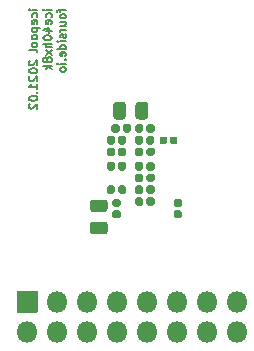
<source format=gbs>
G04 #@! TF.GenerationSoftware,KiCad,Pcbnew,(5.1.9)-1*
G04 #@! TF.CreationDate,2021-06-07T22:02:30-04:00*
G04 #@! TF.ProjectId,icepool-board,69636570-6f6f-46c2-9d62-6f6172642e6b,2020-04*
G04 #@! TF.SameCoordinates,Original*
G04 #@! TF.FileFunction,Soldermask,Bot*
G04 #@! TF.FilePolarity,Negative*
%FSLAX46Y46*%
G04 Gerber Fmt 4.6, Leading zero omitted, Abs format (unit mm)*
G04 Created by KiCad (PCBNEW (5.1.9)-1) date 2021-06-07 22:02:30*
%MOMM*%
%LPD*%
G01*
G04 APERTURE LIST*
%ADD10C,0.150000*%
%ADD11O,1.801600X1.801600*%
G04 APERTURE END LIST*
D10*
X33599999Y-84264166D02*
X33133333Y-84264166D01*
X32899999Y-84264166D02*
X32933333Y-84230833D01*
X32966666Y-84264166D01*
X32933333Y-84297500D01*
X32899999Y-84264166D01*
X32966666Y-84264166D01*
X33566666Y-84897500D02*
X33599999Y-84830833D01*
X33599999Y-84697500D01*
X33566666Y-84630833D01*
X33533333Y-84597500D01*
X33466666Y-84564166D01*
X33266666Y-84564166D01*
X33199999Y-84597500D01*
X33166666Y-84630833D01*
X33133333Y-84697500D01*
X33133333Y-84830833D01*
X33166666Y-84897500D01*
X33566666Y-85464166D02*
X33599999Y-85397500D01*
X33599999Y-85264166D01*
X33566666Y-85197500D01*
X33499999Y-85164166D01*
X33233333Y-85164166D01*
X33166666Y-85197500D01*
X33133333Y-85264166D01*
X33133333Y-85397500D01*
X33166666Y-85464166D01*
X33233333Y-85497500D01*
X33299999Y-85497500D01*
X33366666Y-85164166D01*
X33133333Y-85797500D02*
X33833333Y-85797500D01*
X33166666Y-85797500D02*
X33133333Y-85864166D01*
X33133333Y-85997500D01*
X33166666Y-86064166D01*
X33199999Y-86097500D01*
X33266666Y-86130833D01*
X33466666Y-86130833D01*
X33533333Y-86097500D01*
X33566666Y-86064166D01*
X33599999Y-85997500D01*
X33599999Y-85864166D01*
X33566666Y-85797500D01*
X33599999Y-86530833D02*
X33566666Y-86464166D01*
X33533333Y-86430833D01*
X33466666Y-86397500D01*
X33266666Y-86397500D01*
X33199999Y-86430833D01*
X33166666Y-86464166D01*
X33133333Y-86530833D01*
X33133333Y-86630833D01*
X33166666Y-86697500D01*
X33199999Y-86730833D01*
X33266666Y-86764166D01*
X33466666Y-86764166D01*
X33533333Y-86730833D01*
X33566666Y-86697500D01*
X33599999Y-86630833D01*
X33599999Y-86530833D01*
X33599999Y-87164166D02*
X33566666Y-87097500D01*
X33533333Y-87064166D01*
X33466666Y-87030833D01*
X33266666Y-87030833D01*
X33199999Y-87064166D01*
X33166666Y-87097500D01*
X33133333Y-87164166D01*
X33133333Y-87264166D01*
X33166666Y-87330833D01*
X33199999Y-87364166D01*
X33266666Y-87397500D01*
X33466666Y-87397500D01*
X33533333Y-87364166D01*
X33566666Y-87330833D01*
X33599999Y-87264166D01*
X33599999Y-87164166D01*
X33599999Y-87797500D02*
X33566666Y-87730833D01*
X33499999Y-87697500D01*
X32899999Y-87697500D01*
X32966666Y-88564166D02*
X32933333Y-88597500D01*
X32899999Y-88664166D01*
X32899999Y-88830833D01*
X32933333Y-88897500D01*
X32966666Y-88930833D01*
X33033333Y-88964166D01*
X33099999Y-88964166D01*
X33199999Y-88930833D01*
X33599999Y-88530833D01*
X33599999Y-88964166D01*
X32899999Y-89397500D02*
X32899999Y-89464166D01*
X32933333Y-89530833D01*
X32966666Y-89564166D01*
X33033333Y-89597500D01*
X33166666Y-89630833D01*
X33333333Y-89630833D01*
X33466666Y-89597500D01*
X33533333Y-89564166D01*
X33566666Y-89530833D01*
X33599999Y-89464166D01*
X33599999Y-89397500D01*
X33566666Y-89330833D01*
X33533333Y-89297500D01*
X33466666Y-89264166D01*
X33333333Y-89230833D01*
X33166666Y-89230833D01*
X33033333Y-89264166D01*
X32966666Y-89297500D01*
X32933333Y-89330833D01*
X32899999Y-89397500D01*
X32966666Y-89897500D02*
X32933333Y-89930833D01*
X32899999Y-89997500D01*
X32899999Y-90164166D01*
X32933333Y-90230833D01*
X32966666Y-90264166D01*
X33033333Y-90297500D01*
X33099999Y-90297500D01*
X33199999Y-90264166D01*
X33599999Y-89864166D01*
X33599999Y-90297500D01*
X33599999Y-90964166D02*
X33599999Y-90564166D01*
X33599999Y-90764166D02*
X32899999Y-90764166D01*
X32999999Y-90697500D01*
X33066666Y-90630833D01*
X33099999Y-90564166D01*
X33533333Y-91264166D02*
X33566666Y-91297500D01*
X33599999Y-91264166D01*
X33566666Y-91230833D01*
X33533333Y-91264166D01*
X33599999Y-91264166D01*
X32899999Y-91730833D02*
X32899999Y-91797500D01*
X32933333Y-91864166D01*
X32966666Y-91897500D01*
X33033333Y-91930833D01*
X33166666Y-91964166D01*
X33333333Y-91964166D01*
X33466666Y-91930833D01*
X33533333Y-91897500D01*
X33566666Y-91864166D01*
X33599999Y-91797500D01*
X33599999Y-91730833D01*
X33566666Y-91664166D01*
X33533333Y-91630833D01*
X33466666Y-91597500D01*
X33333333Y-91564166D01*
X33166666Y-91564166D01*
X33033333Y-91597500D01*
X32966666Y-91630833D01*
X32933333Y-91664166D01*
X32899999Y-91730833D01*
X32966666Y-92230833D02*
X32933333Y-92264166D01*
X32899999Y-92330833D01*
X32899999Y-92497500D01*
X32933333Y-92564166D01*
X32966666Y-92597500D01*
X33033333Y-92630833D01*
X33099999Y-92630833D01*
X33199999Y-92597500D01*
X33599999Y-92197500D01*
X33599999Y-92630833D01*
X34799999Y-84264166D02*
X34333333Y-84264166D01*
X34099999Y-84264166D02*
X34133333Y-84230833D01*
X34166666Y-84264166D01*
X34133333Y-84297500D01*
X34099999Y-84264166D01*
X34166666Y-84264166D01*
X34766666Y-84897500D02*
X34799999Y-84830833D01*
X34799999Y-84697500D01*
X34766666Y-84630833D01*
X34733333Y-84597500D01*
X34666666Y-84564166D01*
X34466666Y-84564166D01*
X34399999Y-84597500D01*
X34366666Y-84630833D01*
X34333333Y-84697500D01*
X34333333Y-84830833D01*
X34366666Y-84897500D01*
X34766666Y-85464166D02*
X34799999Y-85397500D01*
X34799999Y-85264166D01*
X34766666Y-85197500D01*
X34699999Y-85164166D01*
X34433333Y-85164166D01*
X34366666Y-85197500D01*
X34333333Y-85264166D01*
X34333333Y-85397500D01*
X34366666Y-85464166D01*
X34433333Y-85497500D01*
X34499999Y-85497500D01*
X34566666Y-85164166D01*
X34333333Y-86097500D02*
X34799999Y-86097500D01*
X34066666Y-85930833D02*
X34566666Y-85764166D01*
X34566666Y-86197500D01*
X34099999Y-86597500D02*
X34099999Y-86664166D01*
X34133333Y-86730833D01*
X34166666Y-86764166D01*
X34233333Y-86797500D01*
X34366666Y-86830833D01*
X34533333Y-86830833D01*
X34666666Y-86797500D01*
X34733333Y-86764166D01*
X34766666Y-86730833D01*
X34799999Y-86664166D01*
X34799999Y-86597500D01*
X34766666Y-86530833D01*
X34733333Y-86497500D01*
X34666666Y-86464166D01*
X34533333Y-86430833D01*
X34366666Y-86430833D01*
X34233333Y-86464166D01*
X34166666Y-86497500D01*
X34133333Y-86530833D01*
X34099999Y-86597500D01*
X34799999Y-87130833D02*
X34099999Y-87130833D01*
X34799999Y-87430833D02*
X34433333Y-87430833D01*
X34366666Y-87397500D01*
X34333333Y-87330833D01*
X34333333Y-87230833D01*
X34366666Y-87164166D01*
X34399999Y-87130833D01*
X34799999Y-87697500D02*
X34333333Y-88064166D01*
X34333333Y-87697500D02*
X34799999Y-88064166D01*
X34399999Y-88430833D02*
X34366666Y-88364166D01*
X34333333Y-88330833D01*
X34266666Y-88297500D01*
X34233333Y-88297500D01*
X34166666Y-88330833D01*
X34133333Y-88364166D01*
X34099999Y-88430833D01*
X34099999Y-88564166D01*
X34133333Y-88630833D01*
X34166666Y-88664166D01*
X34233333Y-88697500D01*
X34266666Y-88697500D01*
X34333333Y-88664166D01*
X34366666Y-88630833D01*
X34399999Y-88564166D01*
X34399999Y-88430833D01*
X34433333Y-88364166D01*
X34466666Y-88330833D01*
X34533333Y-88297500D01*
X34666666Y-88297500D01*
X34733333Y-88330833D01*
X34766666Y-88364166D01*
X34799999Y-88430833D01*
X34799999Y-88564166D01*
X34766666Y-88630833D01*
X34733333Y-88664166D01*
X34666666Y-88697500D01*
X34533333Y-88697500D01*
X34466666Y-88664166D01*
X34433333Y-88630833D01*
X34399999Y-88564166D01*
X34799999Y-88997500D02*
X34099999Y-88997500D01*
X34533333Y-89064166D02*
X34799999Y-89264166D01*
X34333333Y-89264166D02*
X34599999Y-88997500D01*
X35533333Y-84164166D02*
X35533333Y-84430833D01*
X35999999Y-84264166D02*
X35399999Y-84264166D01*
X35333333Y-84297500D01*
X35299999Y-84364166D01*
X35299999Y-84430833D01*
X35999999Y-84764166D02*
X35966666Y-84697500D01*
X35933333Y-84664166D01*
X35866666Y-84630833D01*
X35666666Y-84630833D01*
X35599999Y-84664166D01*
X35566666Y-84697500D01*
X35533333Y-84764166D01*
X35533333Y-84864166D01*
X35566666Y-84930833D01*
X35599999Y-84964166D01*
X35666666Y-84997500D01*
X35866666Y-84997500D01*
X35933333Y-84964166D01*
X35966666Y-84930833D01*
X35999999Y-84864166D01*
X35999999Y-84764166D01*
X35533333Y-85597500D02*
X35999999Y-85597500D01*
X35533333Y-85297500D02*
X35899999Y-85297500D01*
X35966666Y-85330833D01*
X35999999Y-85397500D01*
X35999999Y-85497500D01*
X35966666Y-85564166D01*
X35933333Y-85597500D01*
X35999999Y-85930833D02*
X35533333Y-85930833D01*
X35666666Y-85930833D02*
X35599999Y-85964166D01*
X35566666Y-85997500D01*
X35533333Y-86064166D01*
X35533333Y-86130833D01*
X35966666Y-86330833D02*
X35999999Y-86397500D01*
X35999999Y-86530833D01*
X35966666Y-86597500D01*
X35899999Y-86630833D01*
X35866666Y-86630833D01*
X35799999Y-86597500D01*
X35766666Y-86530833D01*
X35766666Y-86430833D01*
X35733333Y-86364166D01*
X35666666Y-86330833D01*
X35633333Y-86330833D01*
X35566666Y-86364166D01*
X35533333Y-86430833D01*
X35533333Y-86530833D01*
X35566666Y-86597500D01*
X35999999Y-86930833D02*
X35533333Y-86930833D01*
X35299999Y-86930833D02*
X35333333Y-86897500D01*
X35366666Y-86930833D01*
X35333333Y-86964166D01*
X35299999Y-86930833D01*
X35366666Y-86930833D01*
X35999999Y-87564166D02*
X35299999Y-87564166D01*
X35966666Y-87564166D02*
X35999999Y-87497500D01*
X35999999Y-87364166D01*
X35966666Y-87297500D01*
X35933333Y-87264166D01*
X35866666Y-87230833D01*
X35666666Y-87230833D01*
X35599999Y-87264166D01*
X35566666Y-87297500D01*
X35533333Y-87364166D01*
X35533333Y-87497500D01*
X35566666Y-87564166D01*
X35966666Y-88164166D02*
X35999999Y-88097500D01*
X35999999Y-87964166D01*
X35966666Y-87897500D01*
X35899999Y-87864166D01*
X35633333Y-87864166D01*
X35566666Y-87897500D01*
X35533333Y-87964166D01*
X35533333Y-88097500D01*
X35566666Y-88164166D01*
X35633333Y-88197500D01*
X35699999Y-88197500D01*
X35766666Y-87864166D01*
X35933333Y-88497500D02*
X35966666Y-88530833D01*
X35999999Y-88497500D01*
X35966666Y-88464166D01*
X35933333Y-88497500D01*
X35999999Y-88497500D01*
X35999999Y-88830833D02*
X35533333Y-88830833D01*
X35299999Y-88830833D02*
X35333333Y-88797500D01*
X35366666Y-88830833D01*
X35333333Y-88864166D01*
X35299999Y-88830833D01*
X35366666Y-88830833D01*
X35999999Y-89264166D02*
X35966666Y-89197500D01*
X35933333Y-89164166D01*
X35866666Y-89130833D01*
X35666666Y-89130833D01*
X35599999Y-89164166D01*
X35566666Y-89197500D01*
X35533333Y-89264166D01*
X35533333Y-89364166D01*
X35566666Y-89430833D01*
X35599999Y-89464166D01*
X35666666Y-89497500D01*
X35866666Y-89497500D01*
X35933333Y-89464166D01*
X35966666Y-89430833D01*
X35999999Y-89364166D01*
X35999999Y-89264166D01*
X33599999Y-84264166D02*
X33133333Y-84264166D01*
X32899999Y-84264166D02*
X32933333Y-84230833D01*
X32966666Y-84264166D01*
X32933333Y-84297500D01*
X32899999Y-84264166D01*
X32966666Y-84264166D01*
X33566666Y-84897500D02*
X33599999Y-84830833D01*
X33599999Y-84697500D01*
X33566666Y-84630833D01*
X33533333Y-84597500D01*
X33466666Y-84564166D01*
X33266666Y-84564166D01*
X33199999Y-84597500D01*
X33166666Y-84630833D01*
X33133333Y-84697500D01*
X33133333Y-84830833D01*
X33166666Y-84897500D01*
X33566666Y-85464166D02*
X33599999Y-85397500D01*
X33599999Y-85264166D01*
X33566666Y-85197500D01*
X33499999Y-85164166D01*
X33233333Y-85164166D01*
X33166666Y-85197500D01*
X33133333Y-85264166D01*
X33133333Y-85397500D01*
X33166666Y-85464166D01*
X33233333Y-85497500D01*
X33299999Y-85497500D01*
X33366666Y-85164166D01*
X33133333Y-85797500D02*
X33833333Y-85797500D01*
X33166666Y-85797500D02*
X33133333Y-85864166D01*
X33133333Y-85997500D01*
X33166666Y-86064166D01*
X33199999Y-86097500D01*
X33266666Y-86130833D01*
X33466666Y-86130833D01*
X33533333Y-86097500D01*
X33566666Y-86064166D01*
X33599999Y-85997500D01*
X33599999Y-85864166D01*
X33566666Y-85797500D01*
X33599999Y-86530833D02*
X33566666Y-86464166D01*
X33533333Y-86430833D01*
X33466666Y-86397500D01*
X33266666Y-86397500D01*
X33199999Y-86430833D01*
X33166666Y-86464166D01*
X33133333Y-86530833D01*
X33133333Y-86630833D01*
X33166666Y-86697500D01*
X33199999Y-86730833D01*
X33266666Y-86764166D01*
X33466666Y-86764166D01*
X33533333Y-86730833D01*
X33566666Y-86697500D01*
X33599999Y-86630833D01*
X33599999Y-86530833D01*
X33599999Y-87164166D02*
X33566666Y-87097500D01*
X33533333Y-87064166D01*
X33466666Y-87030833D01*
X33266666Y-87030833D01*
X33199999Y-87064166D01*
X33166666Y-87097500D01*
X33133333Y-87164166D01*
X33133333Y-87264166D01*
X33166666Y-87330833D01*
X33199999Y-87364166D01*
X33266666Y-87397500D01*
X33466666Y-87397500D01*
X33533333Y-87364166D01*
X33566666Y-87330833D01*
X33599999Y-87264166D01*
X33599999Y-87164166D01*
X33599999Y-87797500D02*
X33566666Y-87730833D01*
X33499999Y-87697500D01*
X32899999Y-87697500D01*
X32966666Y-88564166D02*
X32933333Y-88597500D01*
X32899999Y-88664166D01*
X32899999Y-88830833D01*
X32933333Y-88897500D01*
X32966666Y-88930833D01*
X33033333Y-88964166D01*
X33099999Y-88964166D01*
X33199999Y-88930833D01*
X33599999Y-88530833D01*
X33599999Y-88964166D01*
X32899999Y-89397500D02*
X32899999Y-89464166D01*
X32933333Y-89530833D01*
X32966666Y-89564166D01*
X33033333Y-89597500D01*
X33166666Y-89630833D01*
X33333333Y-89630833D01*
X33466666Y-89597500D01*
X33533333Y-89564166D01*
X33566666Y-89530833D01*
X33599999Y-89464166D01*
X33599999Y-89397500D01*
X33566666Y-89330833D01*
X33533333Y-89297500D01*
X33466666Y-89264166D01*
X33333333Y-89230833D01*
X33166666Y-89230833D01*
X33033333Y-89264166D01*
X32966666Y-89297500D01*
X32933333Y-89330833D01*
X32899999Y-89397500D01*
X32966666Y-89897500D02*
X32933333Y-89930833D01*
X32899999Y-89997500D01*
X32899999Y-90164166D01*
X32933333Y-90230833D01*
X32966666Y-90264166D01*
X33033333Y-90297500D01*
X33099999Y-90297500D01*
X33199999Y-90264166D01*
X33599999Y-89864166D01*
X33599999Y-90297500D01*
X33599999Y-90964166D02*
X33599999Y-90564166D01*
X33599999Y-90764166D02*
X32899999Y-90764166D01*
X32999999Y-90697500D01*
X33066666Y-90630833D01*
X33099999Y-90564166D01*
X33533333Y-91264166D02*
X33566666Y-91297500D01*
X33599999Y-91264166D01*
X33566666Y-91230833D01*
X33533333Y-91264166D01*
X33599999Y-91264166D01*
X32899999Y-91730833D02*
X32899999Y-91797500D01*
X32933333Y-91864166D01*
X32966666Y-91897500D01*
X33033333Y-91930833D01*
X33166666Y-91964166D01*
X33333333Y-91964166D01*
X33466666Y-91930833D01*
X33533333Y-91897500D01*
X33566666Y-91864166D01*
X33599999Y-91797500D01*
X33599999Y-91730833D01*
X33566666Y-91664166D01*
X33533333Y-91630833D01*
X33466666Y-91597500D01*
X33333333Y-91564166D01*
X33166666Y-91564166D01*
X33033333Y-91597500D01*
X32966666Y-91630833D01*
X32933333Y-91664166D01*
X32899999Y-91730833D01*
X32966666Y-92230833D02*
X32933333Y-92264166D01*
X32899999Y-92330833D01*
X32899999Y-92497500D01*
X32933333Y-92564166D01*
X32966666Y-92597500D01*
X33033333Y-92630833D01*
X33099999Y-92630833D01*
X33199999Y-92597500D01*
X33599999Y-92197500D01*
X33599999Y-92630833D01*
X34799999Y-84264166D02*
X34333333Y-84264166D01*
X34099999Y-84264166D02*
X34133333Y-84230833D01*
X34166666Y-84264166D01*
X34133333Y-84297500D01*
X34099999Y-84264166D01*
X34166666Y-84264166D01*
X34766666Y-84897500D02*
X34799999Y-84830833D01*
X34799999Y-84697500D01*
X34766666Y-84630833D01*
X34733333Y-84597500D01*
X34666666Y-84564166D01*
X34466666Y-84564166D01*
X34399999Y-84597500D01*
X34366666Y-84630833D01*
X34333333Y-84697500D01*
X34333333Y-84830833D01*
X34366666Y-84897500D01*
X34766666Y-85464166D02*
X34799999Y-85397500D01*
X34799999Y-85264166D01*
X34766666Y-85197500D01*
X34699999Y-85164166D01*
X34433333Y-85164166D01*
X34366666Y-85197500D01*
X34333333Y-85264166D01*
X34333333Y-85397500D01*
X34366666Y-85464166D01*
X34433333Y-85497500D01*
X34499999Y-85497500D01*
X34566666Y-85164166D01*
X34333333Y-86097500D02*
X34799999Y-86097500D01*
X34066666Y-85930833D02*
X34566666Y-85764166D01*
X34566666Y-86197500D01*
X34099999Y-86597500D02*
X34099999Y-86664166D01*
X34133333Y-86730833D01*
X34166666Y-86764166D01*
X34233333Y-86797500D01*
X34366666Y-86830833D01*
X34533333Y-86830833D01*
X34666666Y-86797500D01*
X34733333Y-86764166D01*
X34766666Y-86730833D01*
X34799999Y-86664166D01*
X34799999Y-86597500D01*
X34766666Y-86530833D01*
X34733333Y-86497500D01*
X34666666Y-86464166D01*
X34533333Y-86430833D01*
X34366666Y-86430833D01*
X34233333Y-86464166D01*
X34166666Y-86497500D01*
X34133333Y-86530833D01*
X34099999Y-86597500D01*
X34799999Y-87130833D02*
X34099999Y-87130833D01*
X34799999Y-87430833D02*
X34433333Y-87430833D01*
X34366666Y-87397500D01*
X34333333Y-87330833D01*
X34333333Y-87230833D01*
X34366666Y-87164166D01*
X34399999Y-87130833D01*
X34799999Y-87697500D02*
X34333333Y-88064166D01*
X34333333Y-87697500D02*
X34799999Y-88064166D01*
X34399999Y-88430833D02*
X34366666Y-88364166D01*
X34333333Y-88330833D01*
X34266666Y-88297500D01*
X34233333Y-88297500D01*
X34166666Y-88330833D01*
X34133333Y-88364166D01*
X34099999Y-88430833D01*
X34099999Y-88564166D01*
X34133333Y-88630833D01*
X34166666Y-88664166D01*
X34233333Y-88697500D01*
X34266666Y-88697500D01*
X34333333Y-88664166D01*
X34366666Y-88630833D01*
X34399999Y-88564166D01*
X34399999Y-88430833D01*
X34433333Y-88364166D01*
X34466666Y-88330833D01*
X34533333Y-88297500D01*
X34666666Y-88297500D01*
X34733333Y-88330833D01*
X34766666Y-88364166D01*
X34799999Y-88430833D01*
X34799999Y-88564166D01*
X34766666Y-88630833D01*
X34733333Y-88664166D01*
X34666666Y-88697500D01*
X34533333Y-88697500D01*
X34466666Y-88664166D01*
X34433333Y-88630833D01*
X34399999Y-88564166D01*
X34799999Y-88997500D02*
X34099999Y-88997500D01*
X34533333Y-89064166D02*
X34799999Y-89264166D01*
X34333333Y-89264166D02*
X34599999Y-88997500D01*
X35533333Y-84164166D02*
X35533333Y-84430833D01*
X35999999Y-84264166D02*
X35399999Y-84264166D01*
X35333333Y-84297500D01*
X35299999Y-84364166D01*
X35299999Y-84430833D01*
X35999999Y-84764166D02*
X35966666Y-84697500D01*
X35933333Y-84664166D01*
X35866666Y-84630833D01*
X35666666Y-84630833D01*
X35599999Y-84664166D01*
X35566666Y-84697500D01*
X35533333Y-84764166D01*
X35533333Y-84864166D01*
X35566666Y-84930833D01*
X35599999Y-84964166D01*
X35666666Y-84997500D01*
X35866666Y-84997500D01*
X35933333Y-84964166D01*
X35966666Y-84930833D01*
X35999999Y-84864166D01*
X35999999Y-84764166D01*
X35533333Y-85597500D02*
X35999999Y-85597500D01*
X35533333Y-85297500D02*
X35899999Y-85297500D01*
X35966666Y-85330833D01*
X35999999Y-85397500D01*
X35999999Y-85497500D01*
X35966666Y-85564166D01*
X35933333Y-85597500D01*
X35999999Y-85930833D02*
X35533333Y-85930833D01*
X35666666Y-85930833D02*
X35599999Y-85964166D01*
X35566666Y-85997500D01*
X35533333Y-86064166D01*
X35533333Y-86130833D01*
X35966666Y-86330833D02*
X35999999Y-86397500D01*
X35999999Y-86530833D01*
X35966666Y-86597500D01*
X35899999Y-86630833D01*
X35866666Y-86630833D01*
X35799999Y-86597500D01*
X35766666Y-86530833D01*
X35766666Y-86430833D01*
X35733333Y-86364166D01*
X35666666Y-86330833D01*
X35633333Y-86330833D01*
X35566666Y-86364166D01*
X35533333Y-86430833D01*
X35533333Y-86530833D01*
X35566666Y-86597500D01*
X35999999Y-86930833D02*
X35533333Y-86930833D01*
X35299999Y-86930833D02*
X35333333Y-86897500D01*
X35366666Y-86930833D01*
X35333333Y-86964166D01*
X35299999Y-86930833D01*
X35366666Y-86930833D01*
X35999999Y-87564166D02*
X35299999Y-87564166D01*
X35966666Y-87564166D02*
X35999999Y-87497500D01*
X35999999Y-87364166D01*
X35966666Y-87297500D01*
X35933333Y-87264166D01*
X35866666Y-87230833D01*
X35666666Y-87230833D01*
X35599999Y-87264166D01*
X35566666Y-87297500D01*
X35533333Y-87364166D01*
X35533333Y-87497500D01*
X35566666Y-87564166D01*
X35966666Y-88164166D02*
X35999999Y-88097500D01*
X35999999Y-87964166D01*
X35966666Y-87897500D01*
X35899999Y-87864166D01*
X35633333Y-87864166D01*
X35566666Y-87897500D01*
X35533333Y-87964166D01*
X35533333Y-88097500D01*
X35566666Y-88164166D01*
X35633333Y-88197500D01*
X35699999Y-88197500D01*
X35766666Y-87864166D01*
X35933333Y-88497500D02*
X35966666Y-88530833D01*
X35999999Y-88497500D01*
X35966666Y-88464166D01*
X35933333Y-88497500D01*
X35999999Y-88497500D01*
X35999999Y-88830833D02*
X35533333Y-88830833D01*
X35299999Y-88830833D02*
X35333333Y-88797500D01*
X35366666Y-88830833D01*
X35333333Y-88864166D01*
X35299999Y-88830833D01*
X35366666Y-88830833D01*
X35999999Y-89264166D02*
X35966666Y-89197500D01*
X35933333Y-89164166D01*
X35866666Y-89130833D01*
X35666666Y-89130833D01*
X35599999Y-89164166D01*
X35566666Y-89197500D01*
X35533333Y-89264166D01*
X35533333Y-89364166D01*
X35566666Y-89430833D01*
X35599999Y-89464166D01*
X35666666Y-89497500D01*
X35866666Y-89497500D01*
X35933333Y-89464166D01*
X35966666Y-89430833D01*
X35999999Y-89364166D01*
X35999999Y-89264166D01*
D11*
X50530000Y-111540000D03*
X50530000Y-109000000D03*
X47990000Y-111540000D03*
X47990000Y-109000000D03*
X45450000Y-111540000D03*
X45450000Y-109000000D03*
X42910000Y-111540000D03*
X42910000Y-109000000D03*
X40370000Y-111540000D03*
X40370000Y-109000000D03*
X37830000Y-111540000D03*
X37830000Y-109000000D03*
X35290000Y-111540000D03*
X35290000Y-109000000D03*
X32750000Y-111540000D03*
G36*
G01*
X33600000Y-109900800D02*
X31900000Y-109900800D01*
G75*
G02*
X31849200Y-109850000I0J50800D01*
G01*
X31849200Y-108150000D01*
G75*
G02*
X31900000Y-108099200I50800J0D01*
G01*
X33600000Y-108099200D01*
G75*
G02*
X33650800Y-108150000I0J-50800D01*
G01*
X33650800Y-109850000D01*
G75*
G02*
X33600000Y-109900800I-50800J0D01*
G01*
G37*
G36*
G01*
X44550800Y-95049999D02*
X44550800Y-95550001D01*
G75*
G02*
X44500001Y-95600800I-50799J0D01*
G01*
X43999999Y-95600800D01*
G75*
G02*
X43949200Y-95550001I0J50799D01*
G01*
X43949200Y-95049999D01*
G75*
G02*
X43999999Y-94999200I50799J0D01*
G01*
X44500001Y-94999200D01*
G75*
G02*
X44550800Y-95049999I0J-50799D01*
G01*
G37*
G36*
G01*
X45450800Y-95049999D02*
X45450800Y-95550001D01*
G75*
G02*
X45400001Y-95600800I-50799J0D01*
G01*
X44899999Y-95600800D01*
G75*
G02*
X44849200Y-95550001I0J50799D01*
G01*
X44849200Y-95049999D01*
G75*
G02*
X44899999Y-94999200I50799J0D01*
G01*
X45400001Y-94999200D01*
G75*
G02*
X45450800Y-95049999I0J-50799D01*
G01*
G37*
G36*
G01*
X40160800Y-95102100D02*
X40160800Y-95497900D01*
G75*
G02*
X39987900Y-95670800I-172900J0D01*
G01*
X39642100Y-95670800D01*
G75*
G02*
X39469200Y-95497900I0J172900D01*
G01*
X39469200Y-95102100D01*
G75*
G02*
X39642100Y-94929200I172900J0D01*
G01*
X39987900Y-94929200D01*
G75*
G02*
X40160800Y-95102100I0J-172900D01*
G01*
G37*
G36*
G01*
X41130800Y-95102100D02*
X41130800Y-95497900D01*
G75*
G02*
X40957900Y-95670800I-172900J0D01*
G01*
X40612100Y-95670800D01*
G75*
G02*
X40439200Y-95497900I0J172900D01*
G01*
X40439200Y-95102100D01*
G75*
G02*
X40612100Y-94929200I172900J0D01*
G01*
X40957900Y-94929200D01*
G75*
G02*
X41130800Y-95102100I0J-172900D01*
G01*
G37*
G36*
G01*
X42839200Y-100697900D02*
X42839200Y-100302100D01*
G75*
G02*
X43012100Y-100129200I172900J0D01*
G01*
X43357900Y-100129200D01*
G75*
G02*
X43530800Y-100302100I0J-172900D01*
G01*
X43530800Y-100697900D01*
G75*
G02*
X43357900Y-100870800I-172900J0D01*
G01*
X43012100Y-100870800D01*
G75*
G02*
X42839200Y-100697900I0J172900D01*
G01*
G37*
G36*
G01*
X41869200Y-100697900D02*
X41869200Y-100302100D01*
G75*
G02*
X42042100Y-100129200I172900J0D01*
G01*
X42387900Y-100129200D01*
G75*
G02*
X42560800Y-100302100I0J-172900D01*
G01*
X42560800Y-100697900D01*
G75*
G02*
X42387900Y-100870800I-172900J0D01*
G01*
X42042100Y-100870800D01*
G75*
G02*
X41869200Y-100697900I0J172900D01*
G01*
G37*
G36*
G01*
X38318350Y-100324200D02*
X39281650Y-100324200D01*
G75*
G02*
X39550800Y-100593350I0J-269150D01*
G01*
X39550800Y-101131650D01*
G75*
G02*
X39281650Y-101400800I-269150J0D01*
G01*
X38318350Y-101400800D01*
G75*
G02*
X38049200Y-101131650I0J269150D01*
G01*
X38049200Y-100593350D01*
G75*
G02*
X38318350Y-100324200I269150J0D01*
G01*
G37*
G36*
G01*
X38318350Y-102199200D02*
X39281650Y-102199200D01*
G75*
G02*
X39550800Y-102468350I0J-269150D01*
G01*
X39550800Y-103006650D01*
G75*
G02*
X39281650Y-103275800I-269150J0D01*
G01*
X38318350Y-103275800D01*
G75*
G02*
X38049200Y-103006650I0J269150D01*
G01*
X38049200Y-102468350D01*
G75*
G02*
X38318350Y-102199200I269150J0D01*
G01*
G37*
G36*
G01*
X40560800Y-94102100D02*
X40560800Y-94497900D01*
G75*
G02*
X40387900Y-94670800I-172900J0D01*
G01*
X40042100Y-94670800D01*
G75*
G02*
X39869200Y-94497900I0J172900D01*
G01*
X39869200Y-94102100D01*
G75*
G02*
X40042100Y-93929200I172900J0D01*
G01*
X40387900Y-93929200D01*
G75*
G02*
X40560800Y-94102100I0J-172900D01*
G01*
G37*
G36*
G01*
X41530800Y-94102100D02*
X41530800Y-94497900D01*
G75*
G02*
X41357900Y-94670800I-172900J0D01*
G01*
X41012100Y-94670800D01*
G75*
G02*
X40839200Y-94497900I0J172900D01*
G01*
X40839200Y-94102100D01*
G75*
G02*
X41012100Y-93929200I172900J0D01*
G01*
X41357900Y-93929200D01*
G75*
G02*
X41530800Y-94102100I0J-172900D01*
G01*
G37*
G36*
G01*
X45302100Y-101239200D02*
X45697900Y-101239200D01*
G75*
G02*
X45870800Y-101412100I0J-172900D01*
G01*
X45870800Y-101757900D01*
G75*
G02*
X45697900Y-101930800I-172900J0D01*
G01*
X45302100Y-101930800D01*
G75*
G02*
X45129200Y-101757900I0J172900D01*
G01*
X45129200Y-101412100D01*
G75*
G02*
X45302100Y-101239200I172900J0D01*
G01*
G37*
G36*
G01*
X45302100Y-100269200D02*
X45697900Y-100269200D01*
G75*
G02*
X45870800Y-100442100I0J-172900D01*
G01*
X45870800Y-100787900D01*
G75*
G02*
X45697900Y-100960800I-172900J0D01*
G01*
X45302100Y-100960800D01*
G75*
G02*
X45129200Y-100787900I0J172900D01*
G01*
X45129200Y-100442100D01*
G75*
G02*
X45302100Y-100269200I172900J0D01*
G01*
G37*
G36*
G01*
X40160800Y-96102100D02*
X40160800Y-96497900D01*
G75*
G02*
X39987900Y-96670800I-172900J0D01*
G01*
X39642100Y-96670800D01*
G75*
G02*
X39469200Y-96497900I0J172900D01*
G01*
X39469200Y-96102100D01*
G75*
G02*
X39642100Y-95929200I172900J0D01*
G01*
X39987900Y-95929200D01*
G75*
G02*
X40160800Y-96102100I0J-172900D01*
G01*
G37*
G36*
G01*
X41130800Y-96102100D02*
X41130800Y-96497900D01*
G75*
G02*
X40957900Y-96670800I-172900J0D01*
G01*
X40612100Y-96670800D01*
G75*
G02*
X40439200Y-96497900I0J172900D01*
G01*
X40439200Y-96102100D01*
G75*
G02*
X40612100Y-95929200I172900J0D01*
G01*
X40957900Y-95929200D01*
G75*
G02*
X41130800Y-96102100I0J-172900D01*
G01*
G37*
G36*
G01*
X42839200Y-99697900D02*
X42839200Y-99302100D01*
G75*
G02*
X43012100Y-99129200I172900J0D01*
G01*
X43357900Y-99129200D01*
G75*
G02*
X43530800Y-99302100I0J-172900D01*
G01*
X43530800Y-99697900D01*
G75*
G02*
X43357900Y-99870800I-172900J0D01*
G01*
X43012100Y-99870800D01*
G75*
G02*
X42839200Y-99697900I0J172900D01*
G01*
G37*
G36*
G01*
X41869200Y-99697900D02*
X41869200Y-99302100D01*
G75*
G02*
X42042100Y-99129200I172900J0D01*
G01*
X42387900Y-99129200D01*
G75*
G02*
X42560800Y-99302100I0J-172900D01*
G01*
X42560800Y-99697900D01*
G75*
G02*
X42387900Y-99870800I-172900J0D01*
G01*
X42042100Y-99870800D01*
G75*
G02*
X41869200Y-99697900I0J172900D01*
G01*
G37*
G36*
G01*
X42839200Y-97697900D02*
X42839200Y-97302100D01*
G75*
G02*
X43012100Y-97129200I172900J0D01*
G01*
X43357900Y-97129200D01*
G75*
G02*
X43530800Y-97302100I0J-172900D01*
G01*
X43530800Y-97697900D01*
G75*
G02*
X43357900Y-97870800I-172900J0D01*
G01*
X43012100Y-97870800D01*
G75*
G02*
X42839200Y-97697900I0J172900D01*
G01*
G37*
G36*
G01*
X41869200Y-97697900D02*
X41869200Y-97302100D01*
G75*
G02*
X42042100Y-97129200I172900J0D01*
G01*
X42387900Y-97129200D01*
G75*
G02*
X42560800Y-97302100I0J-172900D01*
G01*
X42560800Y-97697900D01*
G75*
G02*
X42387900Y-97870800I-172900J0D01*
G01*
X42042100Y-97870800D01*
G75*
G02*
X41869200Y-97697900I0J172900D01*
G01*
G37*
G36*
G01*
X42839200Y-94497900D02*
X42839200Y-94102100D01*
G75*
G02*
X43012100Y-93929200I172900J0D01*
G01*
X43357900Y-93929200D01*
G75*
G02*
X43530800Y-94102100I0J-172900D01*
G01*
X43530800Y-94497900D01*
G75*
G02*
X43357900Y-94670800I-172900J0D01*
G01*
X43012100Y-94670800D01*
G75*
G02*
X42839200Y-94497900I0J172900D01*
G01*
G37*
G36*
G01*
X41869200Y-94497900D02*
X41869200Y-94102100D01*
G75*
G02*
X42042100Y-93929200I172900J0D01*
G01*
X42387900Y-93929200D01*
G75*
G02*
X42560800Y-94102100I0J-172900D01*
G01*
X42560800Y-94497900D01*
G75*
G02*
X42387900Y-94670800I-172900J0D01*
G01*
X42042100Y-94670800D01*
G75*
G02*
X41869200Y-94497900I0J172900D01*
G01*
G37*
G36*
G01*
X42545800Y-95102100D02*
X42545800Y-95497900D01*
G75*
G02*
X42372900Y-95670800I-172900J0D01*
G01*
X42027100Y-95670800D01*
G75*
G02*
X41854200Y-95497900I0J172900D01*
G01*
X41854200Y-95102100D01*
G75*
G02*
X42027100Y-94929200I172900J0D01*
G01*
X42372900Y-94929200D01*
G75*
G02*
X42545800Y-95102100I0J-172900D01*
G01*
G37*
G36*
G01*
X43515800Y-95102100D02*
X43515800Y-95497900D01*
G75*
G02*
X43342900Y-95670800I-172900J0D01*
G01*
X42997100Y-95670800D01*
G75*
G02*
X42824200Y-95497900I0J172900D01*
G01*
X42824200Y-95102100D01*
G75*
G02*
X42997100Y-94929200I172900J0D01*
G01*
X43342900Y-94929200D01*
G75*
G02*
X43515800Y-95102100I0J-172900D01*
G01*
G37*
G36*
G01*
X42560800Y-98302100D02*
X42560800Y-98697900D01*
G75*
G02*
X42387900Y-98870800I-172900J0D01*
G01*
X42042100Y-98870800D01*
G75*
G02*
X41869200Y-98697900I0J172900D01*
G01*
X41869200Y-98302100D01*
G75*
G02*
X42042100Y-98129200I172900J0D01*
G01*
X42387900Y-98129200D01*
G75*
G02*
X42560800Y-98302100I0J-172900D01*
G01*
G37*
G36*
G01*
X43530800Y-98302100D02*
X43530800Y-98697900D01*
G75*
G02*
X43357900Y-98870800I-172900J0D01*
G01*
X43012100Y-98870800D01*
G75*
G02*
X42839200Y-98697900I0J172900D01*
G01*
X42839200Y-98302100D01*
G75*
G02*
X43012100Y-98129200I172900J0D01*
G01*
X43357900Y-98129200D01*
G75*
G02*
X43530800Y-98302100I0J-172900D01*
G01*
G37*
G36*
G01*
X40160800Y-99302100D02*
X40160800Y-99697900D01*
G75*
G02*
X39987900Y-99870800I-172900J0D01*
G01*
X39642100Y-99870800D01*
G75*
G02*
X39469200Y-99697900I0J172900D01*
G01*
X39469200Y-99302100D01*
G75*
G02*
X39642100Y-99129200I172900J0D01*
G01*
X39987900Y-99129200D01*
G75*
G02*
X40160800Y-99302100I0J-172900D01*
G01*
G37*
G36*
G01*
X41130800Y-99302100D02*
X41130800Y-99697900D01*
G75*
G02*
X40957900Y-99870800I-172900J0D01*
G01*
X40612100Y-99870800D01*
G75*
G02*
X40439200Y-99697900I0J172900D01*
G01*
X40439200Y-99302100D01*
G75*
G02*
X40612100Y-99129200I172900J0D01*
G01*
X40957900Y-99129200D01*
G75*
G02*
X41130800Y-99302100I0J-172900D01*
G01*
G37*
G36*
G01*
X41100800Y-92318350D02*
X41100800Y-93281650D01*
G75*
G02*
X40831650Y-93550800I-269150J0D01*
G01*
X40293350Y-93550800D01*
G75*
G02*
X40024200Y-93281650I0J269150D01*
G01*
X40024200Y-92318350D01*
G75*
G02*
X40293350Y-92049200I269150J0D01*
G01*
X40831650Y-92049200D01*
G75*
G02*
X41100800Y-92318350I0J-269150D01*
G01*
G37*
G36*
G01*
X42975800Y-92318350D02*
X42975800Y-93281650D01*
G75*
G02*
X42706650Y-93550800I-269150J0D01*
G01*
X42168350Y-93550800D01*
G75*
G02*
X41899200Y-93281650I0J269150D01*
G01*
X41899200Y-92318350D01*
G75*
G02*
X42168350Y-92049200I269150J0D01*
G01*
X42706650Y-92049200D01*
G75*
G02*
X42975800Y-92318350I0J-269150D01*
G01*
G37*
G36*
G01*
X40160800Y-97302100D02*
X40160800Y-97697900D01*
G75*
G02*
X39987900Y-97870800I-172900J0D01*
G01*
X39642100Y-97870800D01*
G75*
G02*
X39469200Y-97697900I0J172900D01*
G01*
X39469200Y-97302100D01*
G75*
G02*
X39642100Y-97129200I172900J0D01*
G01*
X39987900Y-97129200D01*
G75*
G02*
X40160800Y-97302100I0J-172900D01*
G01*
G37*
G36*
G01*
X41130800Y-97302100D02*
X41130800Y-97697900D01*
G75*
G02*
X40957900Y-97870800I-172900J0D01*
G01*
X40612100Y-97870800D01*
G75*
G02*
X40439200Y-97697900I0J172900D01*
G01*
X40439200Y-97302100D01*
G75*
G02*
X40612100Y-97129200I172900J0D01*
G01*
X40957900Y-97129200D01*
G75*
G02*
X41130800Y-97302100I0J-172900D01*
G01*
G37*
G36*
G01*
X40102100Y-101239200D02*
X40497900Y-101239200D01*
G75*
G02*
X40670800Y-101412100I0J-172900D01*
G01*
X40670800Y-101757900D01*
G75*
G02*
X40497900Y-101930800I-172900J0D01*
G01*
X40102100Y-101930800D01*
G75*
G02*
X39929200Y-101757900I0J172900D01*
G01*
X39929200Y-101412100D01*
G75*
G02*
X40102100Y-101239200I172900J0D01*
G01*
G37*
G36*
G01*
X40102100Y-100269200D02*
X40497900Y-100269200D01*
G75*
G02*
X40670800Y-100442100I0J-172900D01*
G01*
X40670800Y-100787900D01*
G75*
G02*
X40497900Y-100960800I-172900J0D01*
G01*
X40102100Y-100960800D01*
G75*
G02*
X39929200Y-100787900I0J172900D01*
G01*
X39929200Y-100442100D01*
G75*
G02*
X40102100Y-100269200I172900J0D01*
G01*
G37*
G36*
G01*
X42839200Y-96497900D02*
X42839200Y-96102100D01*
G75*
G02*
X43012100Y-95929200I172900J0D01*
G01*
X43357900Y-95929200D01*
G75*
G02*
X43530800Y-96102100I0J-172900D01*
G01*
X43530800Y-96497900D01*
G75*
G02*
X43357900Y-96670800I-172900J0D01*
G01*
X43012100Y-96670800D01*
G75*
G02*
X42839200Y-96497900I0J172900D01*
G01*
G37*
G36*
G01*
X41869200Y-96497900D02*
X41869200Y-96102100D01*
G75*
G02*
X42042100Y-95929200I172900J0D01*
G01*
X42387900Y-95929200D01*
G75*
G02*
X42560800Y-96102100I0J-172900D01*
G01*
X42560800Y-96497900D01*
G75*
G02*
X42387900Y-96670800I-172900J0D01*
G01*
X42042100Y-96670800D01*
G75*
G02*
X41869200Y-96497900I0J172900D01*
G01*
G37*
M02*

</source>
